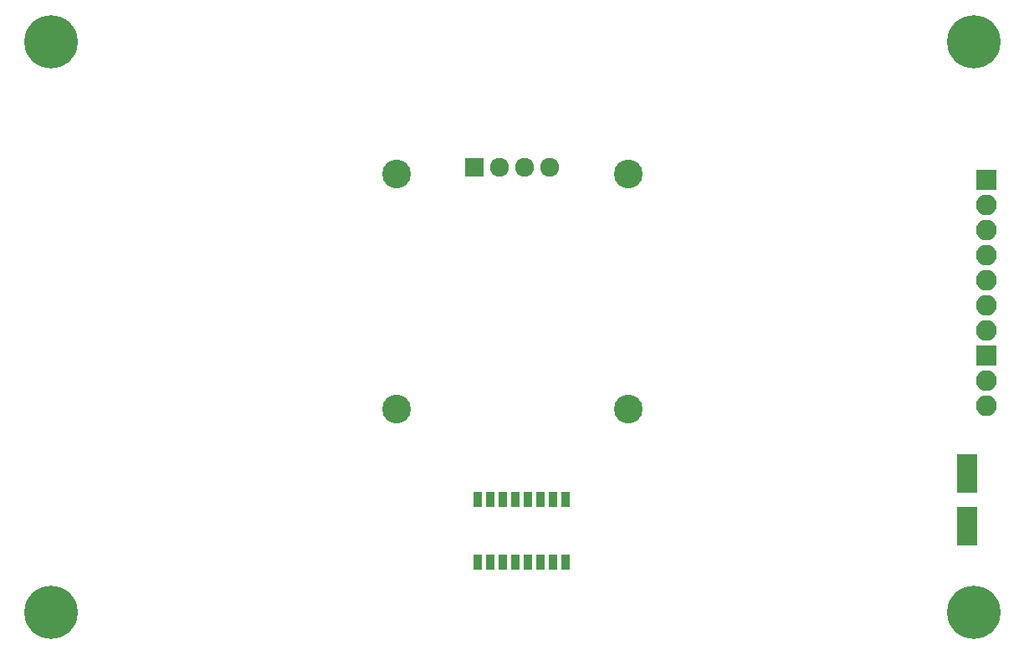
<source format=gbs>
G04 #@! TF.FileFunction,Soldermask,Bot*
%FSLAX46Y46*%
G04 Gerber Fmt 4.6, Leading zero omitted, Abs format (unit mm)*
G04 Created by KiCad (PCBNEW 4.0.7) date 02/09/20 01:32:40*
%MOMM*%
%LPD*%
G01*
G04 APERTURE LIST*
%ADD10C,0.100000*%
%ADD11R,2.100000X2.100000*%
%ADD12O,2.100000X2.100000*%
%ADD13C,5.400000*%
%ADD14R,2.000000X3.900000*%
%ADD15R,0.908000X1.543000*%
%ADD16C,2.900000*%
%ADD17R,1.924000X1.924000*%
%ADD18C,1.924000*%
G04 APERTURE END LIST*
D10*
D11*
X168275000Y-95250000D03*
D12*
X168275000Y-97790000D03*
X168275000Y-100330000D03*
X168275000Y-102870000D03*
X168275000Y-105410000D03*
X168275000Y-107950000D03*
X168275000Y-110490000D03*
D13*
X73660000Y-139065000D03*
X167005000Y-139065000D03*
X167005000Y-81280000D03*
X73660000Y-81280000D03*
D11*
X168275000Y-113030000D03*
D12*
X168275000Y-115570000D03*
X168275000Y-118110000D03*
D14*
X166370000Y-124935000D03*
X166370000Y-130335000D03*
D15*
X116840000Y-133985000D03*
X119380000Y-133985000D03*
X120650000Y-133985000D03*
X121920000Y-133985000D03*
X123190000Y-133985000D03*
X124460000Y-133985000D03*
X125730000Y-133985000D03*
X125730000Y-127635000D03*
X124460000Y-127635000D03*
X123190000Y-127635000D03*
X121920000Y-127635000D03*
X120650000Y-127635000D03*
X119380000Y-127635000D03*
X118110000Y-127635000D03*
X116840000Y-127635000D03*
X118110000Y-133985000D03*
D16*
X132085000Y-118480000D03*
X108585000Y-118480000D03*
X132085000Y-94680000D03*
D17*
X116525000Y-93980000D03*
D18*
X119065000Y-93980000D03*
X121605000Y-93980000D03*
X124145000Y-93980000D03*
D16*
X108585000Y-94680000D03*
M02*

</source>
